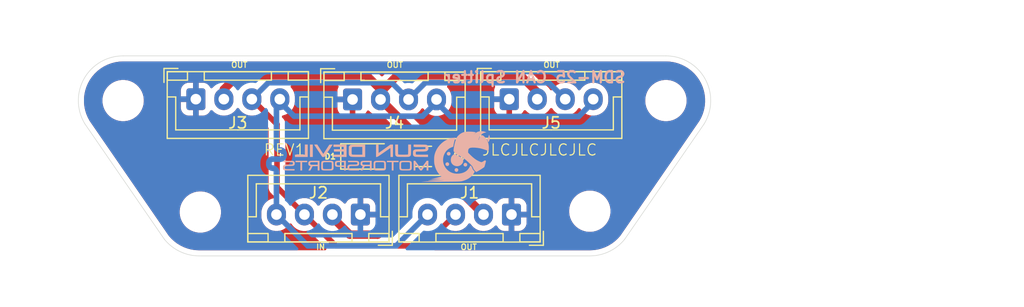
<source format=kicad_pcb>
(kicad_pcb (version 20241229) (generator "pcbnew") (generator_version "9.0")
  (title_block (title "SDM-25 CAN Splitter Module") (date "2025-03-31") (rev "-") (company "Sun Devil Motorsports"))
  (layers (0 "F.Cu" signal) (4 "In1.Cu" signal) (6 "In2.Cu" signal) (2 "B.Cu" signal) (13 "F.Paste" user) (15 "B.Paste" user) (5 "F.SilkS" user "F.Silkscreen") (7 "B.SilkS" user "B.Silkscreen") (1 "F.Mask" user) (3 "B.Mask" user) (25 "Edge.Cuts" user))
  (net 0 "")
  (net 1 "GND")
  (net 2 "/PWR_LED")
  (net 3 "/CANL")
  (net 4 "/CANH")
  (net 5 "+5V")
  (footprint "MountingHole:MountingHole_3.2mm_M3" (layer "F.Cu") (at 89.036666 74.149624)
    (property "Reference" "H2" (hide yes))
    (property "Value" "M3")
    (pad "" np_thru_hole circle (at 0 0.075) (size 3.2 3.2) (drill 3.2) (layers "*.Cu" "*.Mask"))
  )
  (footprint "Connector_JST:JST_XH_B4B-XH-A_1x04_P2.50mm_Vertical" (layer "F.Cu") (at 116.636666 64.124624)
    (property "Reference" "J5" (at 3.75 2.125 0) (layer "F.SilkS"))
    (property "Value" "JST-XH 1x4")
    (pad "1" thru_hole roundrect (at 0 0) (size 1.7 1.95) (drill 0.95) (layers "*.Cu" "*.Mask") (roundrect_rratio 0.147059) (net 1 "GND"))
    (pad "2" thru_hole oval (at 2.5 0) (size 1.7 1.95) (drill 0.95) (layers "*.Cu" "*.Mask") (net 5 "+5V"))
    (pad "3" thru_hole oval (at 5 0) (size 1.7 1.95) (drill 0.95) (layers "*.Cu" "*.Mask") (net 3 "/CANL"))
    (pad "4" thru_hole oval (at 7.5 0) (size 1.7 1.95) (drill 0.95) (layers "*.Cu" "*.Mask") (net 4 "/CANH"))
  )
  (footprint "LED_SMD:LED_1206_3216Metric" (layer "F.Cu") (at 103.867916 69.249624)
    (property "Reference" "D1" (at -3.23125 0 0) (layer "F.SilkS") (effects (font (size 0.5 0.5))))
    (property "Value" "RED")
    (pad "1" smd roundrect (at -1.4 0) (size 1.25 1.75) (layers "F.Cu" "F.Mask" "F.Paste") (roundrect_rratio 0.2) (net 1 "GND"))
    (pad "2" smd roundrect (at 1.4 0) (size 1.25 1.75) (layers "F.Cu" "F.Mask" "F.Paste") (roundrect_rratio 0.2) (net 2 "/PWR_LED"))
  )
  (footprint "Connector_JST:JST_XH_B4B-XH-A_1x04_P2.50mm_Vertical" (layer "F.Cu") (at 88.636666 64.124624)
    (property "Reference" "J3" (at 3.75 2.125 0) (layer "F.SilkS"))
    (property "Value" "JST-XH 1x4")
    (pad "1" thru_hole roundrect (at 0 0) (size 1.7 1.95) (drill 0.95) (layers "*.Cu" "*.Mask") (roundrect_rratio 0.147059) (net 1 "GND"))
    (pad "2" thru_hole oval (at 2.5 0) (size 1.7 1.95) (drill 0.95) (layers "*.Cu" "*.Mask") (net 5 "+5V"))
    (pad "3" thru_hole oval (at 5 0) (size 1.7 1.95) (drill 0.95) (layers "*.Cu" "*.Mask") (net 3 "/CANL"))
    (pad "4" thru_hole oval (at 7.5 0) (size 1.7 1.95) (drill 0.95) (layers "*.Cu" "*.Mask") (net 4 "/CANH"))
  )
  (footprint "MountingHole:MountingHole_3.2mm_M3" (layer "F.Cu") (at 130.636666 64.249624)
    (property "Reference" "H2" (hide yes))
    (property "Value" "M3")
    (pad "" np_thru_hole circle (at 0 0) (size 3.2 3.2) (drill 3.2) (layers "*.Cu" "*.Mask"))
  )
  (footprint "Connector_JST:JST_XH_B4B-XH-A_1x04_P2.50mm_Vertical" (layer "F.Cu") (at 116.836666 74.449624 180)
    (property "Reference" "J1" (at 3.75 1.95 0) (layer "F.SilkS"))
    (property "Value" "JST-XH 1x4")
    (pad "1" thru_hole roundrect (at 0 0 180) (size 1.7 1.95) (drill 0.95) (layers "*.Cu" "*.Mask") (roundrect_rratio 0.147059) (net 1 "GND"))
    (pad "2" thru_hole oval (at 2.5 0 180) (size 1.7 1.95) (drill 0.95) (layers "*.Cu" "*.Mask") (net 5 "+5V"))
    (pad "3" thru_hole oval (at 5 0 180) (size 1.7 1.95) (drill 0.95) (layers "*.Cu" "*.Mask") (net 3 "/CANL"))
    (pad "4" thru_hole oval (at 7.5 0 180) (size 1.7 1.95) (drill 0.95) (layers "*.Cu" "*.Mask") (net 4 "/CANH"))
  )
  (footprint "Resistor_SMD:R_1206_3216Metric" (layer "F.Cu") (at 108.967916 69.249624 180)
    (property "Reference" "R1" (at -3.16875 0 0) (layer "F.SilkS") (effects (font (size 0.5 0.5))))
    (property "Value" "220")
    (pad "1" smd roundrect (at -1.4625 0 180) (size 1.125 1.75) (layers "F.Cu" "F.Mask" "F.Paste") (roundrect_rratio 0.222222) (net 5 "+5V"))
    (pad "2" smd roundrect (at 1.4625 0 180) (size 1.125 1.75) (layers "F.Cu" "F.Mask" "F.Paste") (roundrect_rratio 0.222222) (net 2 "/PWR_LED"))
  )
  (footprint "MountingHole:MountingHole_3.2mm_M3" (layer "F.Cu") (at 82.136666 64.249624)
    (property "Reference" "H2" (hide yes))
    (property "Value" "M3")
    (pad "" np_thru_hole circle (at 0 0) (size 3.2 3.2) (drill 3.2) (layers "*.Cu" "*.Mask"))
  )
  (footprint "Connector_JST:JST_XH_B4B-XH-A_1x04_P2.50mm_Vertical" (layer "F.Cu") (at 102.636666 64.149624)
    (property "Reference" "J4" (at 3.75 2.1 0) (layer "F.SilkS"))
    (property "Value" "JST-XH 1x4")
    (pad "1" thru_hole roundrect (at 0 0) (size 1.7 1.95) (drill 0.95) (layers "*.Cu" "*.Mask") (roundrect_rratio 0.147059) (net 1 "GND"))
    (pad "2" thru_hole oval (at 2.5 0) (size 1.7 1.95) (drill 0.95) (layers "*.Cu" "*.Mask") (net 5 "+5V"))
    (pad "3" thru_hole oval (at 5 0) (size 1.7 1.95) (drill 0.95) (layers "*.Cu" "*.Mask") (net 3 "/CANL"))
    (pad "4" thru_hole oval (at 7.5 0) (size 1.7 1.95) (drill 0.95) (layers "*.Cu" "*.Mask") (net 4 "/CANH"))
  )
  (footprint "Connector_JST:JST_XH_B4B-XH-A_1x04_P2.50mm_Vertical" (layer "F.Cu") (at 103.336666 74.449624 180)
    (property "Reference" "J2" (at 3.75 1.95 0) (layer "F.SilkS"))
    (property "Value" "JST-XH 1x4")
    (pad "1" thru_hole roundrect (at 0 0 180) (size 1.7 1.95) (drill 0.95) (layers "*.Cu" "*.Mask") (roundrect_rratio 0.147059) (net 1 "GND"))
    (pad "2" thru_hole oval (at 2.5 0 180) (size 1.7 1.95) (drill 0.95) (layers "*.Cu" "*.Mask") (net 5 "+5V"))
    (pad "3" thru_hole oval (at 5 0 180) (size 1.7 1.95) (drill 0.95) (layers "*.Cu" "*.Mask") (net 3 "/CANL"))
    (pad "4" thru_hole oval (at 7.5 0 180) (size 1.7 1.95) (drill 0.95) (layers "*.Cu" "*.Mask") (net 4 "/CANH"))
  )
  (footprint "MountingHole:MountingHole_3.2mm_M3" (layer "F.Cu") (at 123.836666 74.149624)
    (property "Reference" "H2" (hide yes))
    (property "Value" "M3")
    (pad "" np_thru_hole circle (at 0 0) (size 3.2 3.2) (drill 3.2) (layers "*.Cu" "*.Mask"))
  )
  (footprint "Library:sdmlogo" (layer "B.Cu") (at 105.636666 69.249624 180)
    (property "Reference" "G***" (hide yes))
    (property "Value" "LOGO" (hide yes))
  )
  (gr_arc (start 88.936666 78.149624) (mid 87.203911 77.754837) (end 85.813191 76.648404) (stroke (width 0.05)) (layer "Edge.Cuts"))
  (gr_line (start 78.733474 66.351596) (end 85.813191 76.648404) (stroke (width 0.05)) (layer "Edge.Cuts"))
  (gr_arc (start 126.960141 76.648404) (mid 125.569421 77.754837) (end 123.836666 78.149624) (stroke (width 0.05)) (layer "Edge.Cuts"))
  (gr_line (start 123.836666 78.149624) (end 88.936666 78.149624) (stroke (width 0.05)) (layer "Edge.Cuts"))
  (gr_arc (start 78.733474 66.351596) (mid 78.643266 62.301279) (end 82.136666 60.249624) (stroke (width 0.05)) (layer "Edge.Cuts"))
  (gr_line (start 82.136666 60.249624) (end 130.636666 60.249624) (stroke (width 0.05)) (layer "Edge.Cuts"))
  (gr_line (start 134.039858 66.351596) (end 126.960141 76.648404) (stroke (width 0.05)) (layer "Edge.Cuts"))
  (gr_arc (start 130.636666 60.249624) (mid 134.13008 62.301277) (end 134.039858 66.351596) (stroke (width 0.05)) (layer "Edge.Cuts"))
  (gr_text "OUT" (at 119.636666 61.349624 0) (layer "F.SilkS") (effects (font (size 0.5 0.5) (thickness 0.1)) (justify left bottom)))
  (gr_text "IN" (at 99.336666 77.649624 0) (layer "F.SilkS") (effects (font (size 0.5 0.5) (thickness 0.1)) (justify left bottom)))
  (gr_text "OUT" (at 105.636666 61.349624 0) (layer "F.SilkS") (effects (font (size 0.5 0.5) (thickness 0.1)) (justify left bottom)))
  (gr_text "OUT" (at 91.736666 61.349624 0) (layer "F.SilkS") (effects (font (size 0.5 0.5) (thickness 0.1)) (justify left bottom)))
  (gr_text "REV1" (at 94.636666 69.249624 0) (layer "F.SilkS") (effects (font (size 1 1) (thickness 0.1)) (justify left bottom)))
  (gr_text "OUT" (at 112.236666 77.649624 0) (layer "F.SilkS") (effects (font (size 0.5 0.5) (thickness 0.1)) (justify left bottom)))
  (gr_text "JLCJLCJLCJLC\n" (at 114.136666 69.249624 0) (layer "F.SilkS") (effects (font (size 1 1) (thickness 0.1)) (justify left bottom)))
  (gr_text "SDM-25 CAN Splitter" (at 127.136666 62.749624 0) (layer "B.SilkS") (effects (font (size 1 1) (thickness 0.2) (bold yes)) (justify left bottom mirror)))
  (segment (start 107.505416 69.249624) (end 105.267916 69.249624) (width 0.75) (layer "F.Cu") (net 2))
  (segment (start 98.336666 74.449624) (end 95.886666 71.999624) (width 0.5) (layer "F.Cu") (net 3))
  (segment (start 95.886666 71.999624) (end 95.886666 66.374624) (width 0.5) (layer "F.Cu") (net 3))
  (segment (start 98.336666 74.449624) (end 101.136666 77.249624) (width 0.5) (layer "F.Cu") (net 3))
  (segment (start 95.886666 66.374624) (end 93.636666 64.124624) (width 0.5) (layer "F.Cu") (net 3))
  (segment (start 109.036666 77.249624) (end 111.836666 74.449624) (width 0.5) (layer "F.Cu") (net 3))
  (segment (start 101.136666 77.249624) (end 109.036666 77.249624) (width 0.5) (layer "F.Cu") (net 3))
  (segment (start 120.161666 62.649624) (end 121.636666 64.124624) (width 0.5) (layer "B.Cu") (net 3))
  (segment (start 106.136666 62.649624) (end 107.636666 64.149624) (width 0.5) (layer "B.Cu") (net 3))
  (segment (start 93.636666 64.124624) (end 95.111666 62.649624) (width 0.5) (layer "B.Cu") (net 3))
  (segment (start 107.636666 64.149624) (end 109.136666 62.649624) (width 0.5) (layer "B.Cu") (net 3))
  (segment (start 109.136666 62.649624) (end 120.161666 62.649624) (width 0.5) (layer "B.Cu") (net 3))
  (segment (start 95.111666 62.649624) (end 106.136666 62.649624) (width 0.5) (layer "B.Cu") (net 3))
  (segment (start 108.886666 65.649624) (end 110.136666 64.399624) (width 0.5) (layer "B.Cu") (net 4))
  (segment (start 96.136666 64.374624) (end 97.411666 65.649624) (width 0.5) (layer "B.Cu") (net 4))
  (segment (start 95.836666 64.424624) (end 95.836666 68.353097) (width 0.5) (layer "B.Cu") (net 4))
  (segment (start 95.480666 70.297097) (end 95.512666 70.297097) (width 0.5) (layer "B.Cu") (net 4))
  (segment (start 95.836666 74.449624) (end 98.636666 77.249624) (width 0.5) (layer "B.Cu") (net 4))
  (segment (start 96.516666 69.001097) (end 96.516666 69.163097) (width 0.5) (layer "B.Cu") (net 4))
  (segment (start 95.836666 70.783097) (end 95.836666 71.749624) (width 0.5) (layer "B.Cu") (net 4))
  (segment (start 97.411666 65.649624) (end 108.886666 65.649624) (width 0.5) (layer "B.Cu") (net 4))
  (segment (start 96.160666 68.677097) (end 96.192666 68.677097) (width 0.5) (layer "B.Cu") (net 4))
  (segment (start 96.136666 64.124624) (end 95.836666 64.424624) (width 0.5) (layer "B.Cu") (net 4))
  (segment (start 95.836666 71.749624) (end 95.836666 74.449624) (width 0.5) (layer "B.Cu") (net 4))
  (segment (start 122.836666 65.674624) (end 124.136666 64.374624) (width 0.5) (layer "B.Cu") (net 4))
  (segment (start 95.836666 70.621097) (end 95.836666 70.783097) (width 0.5) (layer "B.Cu") (net 4))
  (segment (start 106.536666 77.249624) (end 109.336666 74.449624) (width 0.5) (layer "B.Cu") (net 4))
  (segment (start 110.136666 64.399624) (end 111.411666 65.674624) (width 0.5) (layer "B.Cu") (net 4))
  (segment (start 98.636666 77.249624) (end 106.536666 77.249624) (width 0.5) (layer "B.Cu") (net 4))
  (segment (start 95.156666 69.811097) (end 95.156666 69.973097) (width 0.5) (layer "B.Cu") (net 4))
  (segment (start 96.160666 69.487097) (end 95.480666 69.487097) (width 0.5) (layer "B.Cu") (net 4))
  (segment (start 111.411666 65.674624) (end 122.836666 65.674624) (width 0.5) (layer "B.Cu") (net 4))
  (segment (start 96.192666 69.487097) (end 96.160666 69.487097) (width 0.5) (layer "B.Cu") (net 4))
  (arc (start 96.516666 69.163097) (mid 96.421769 69.3922) (end 96.192666 69.487097) (width 0.5) (layer "B.Cu") (net 4))
  (arc (start 95.512666 70.297097) (mid 95.741769 70.391994) (end 95.836666 70.621097) (width 0.5) (layer "B.Cu") (net 4))
  (arc (start 96.192666 68.677097) (mid 96.421769 68.771994) (end 96.516666 69.001097) (width 0.5) (layer "B.Cu") (net 4))
  (arc (start 95.480666 69.487097) (mid 95.251563 69.581994) (end 95.156666 69.811097) (width 0.5) (layer "B.Cu") (net 4))
  (arc (start 95.156666 69.973097) (mid 95.251563 70.2022) (end 95.480666 70.297097) (width 0.5) (layer "B.Cu") (net 4))
  (arc (start 95.836666 68.353097) (mid 95.931563 68.5822) (end 96.160666 68.677097) (width 0.5) (layer "B.Cu") (net 4))
  (segment (start 106.636666 61.999624) (end 117.636666 61.999624) (width 0.75) (layer "F.Cu") (net 5))
  (segment (start 104.886666 76.249624) (end 110.430416 70.705874) (width 0.75) (layer "F.Cu") (net 5))
  (segment (start 103.886666 61.999624) (end 92.386666 61.999624) (width 0.75) (layer "F.Cu") (net 5))
  (segment (start 117.636666 61.999624) (end 119.136666 63.499624) (width 0.75) (layer "F.Cu") (net 5))
  (segment (start 91.136666 63.249624) (end 91.136666 64.124624) (width 0.75) (layer "F.Cu") (net 5))
  (segment (start 105.136666 63.499624) (end 106.636666 61.999624) (width 0.75) (layer "F.Cu") (net 5))
  (segment (start 119.136666 63.499624) (end 119.136666 64.124624) (width 0.75) (layer "F.Cu") (net 5))
  (segment (start 110.430416 70.249624) (end 110.430416 70.543374) (width 0.75) (layer "F.Cu") (net 5))
  (segment (start 110.430416 70.705874) (end 110.430416 69.249624) (width 0.75) (layer "F.Cu") (net 5))
  (segment (start 110.236666 69.249624) (end 105.136666 64.149624) (width 0.75) (layer "F.Cu") (net 5))
  (segment (start 100.836666 74.699624) (end 102.386666 76.249624) (width 0.75) (layer "F.Cu") (net 5))
  (segment (start 92.386666 61.999624) (end 91.136666 63.249624) (width 0.75) (layer "F.Cu") (net 5))
  (segment (start 100.836666 74.449624) (end 100.836666 74.699624) (width 0.75) (layer "F.Cu") (net 5))
  (segment (start 105.136666 63.249624) (end 103.886666 61.999624) (width 0.75) (layer "F.Cu") (net 5))
  (segment (start 110.430416 70.543374) (end 114.336666 74.449624) (width 0.75) (layer "F.Cu") (net 5))
  (segment (start 102.386666 76.249624) (end 104.886666 76.249624) (width 0.75) (layer "F.Cu") (net 5))
  (segment (start 110.430416 69.249624) (end 110.236666 69.249624) (width 0.75) (layer "F.Cu") (net 5))
  (segment (start 105.136666 64.149624) (end 105.136666 63.499624) (width 0.75) (layer "F.Cu") (net 5))
  (segment (start 105.136666 64.149624) (end 105.136666 63.249624) (width 0.75) (layer "F.Cu") (net 5))
  (zone (net 1) (net_name "GND") (layers "F.Cu" "B.Cu") (connect_pads (clearance 0.5)) (min_thickness 0.25) (fill yes (thermal_gap 0.5) (thermal_bridge_width 0.5))
    (polygon (pts (xy 141.136666 57.749624) (xy 126.136666 80.249624) (xy 86.136666 80.249624) (xy 71.136666 57.749624)))
  )
)
</source>
